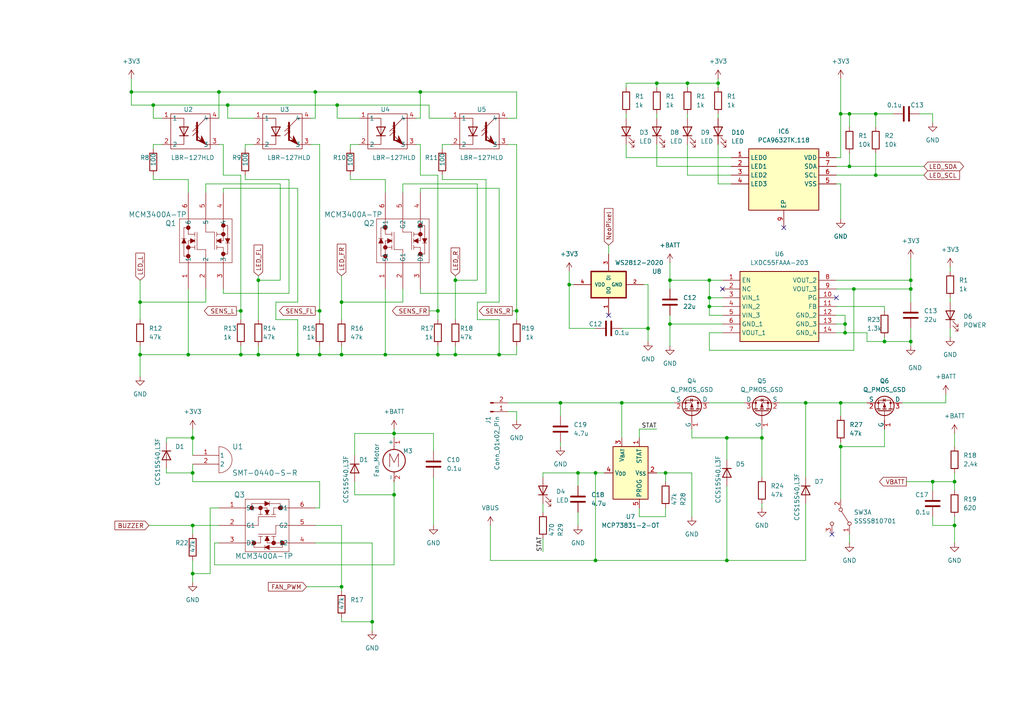
<source format=kicad_sch>
(kicad_sch (version 20230121) (generator eeschema)
  (paper "A4")
  (lib_symbols
    (symbol "Battery_Management:MCP73831-2-OT"
      (property "Reference" "U" (at -7.62 6.35 0))
      (property "Value" "MCP73831-2-OT" (at 1.27 6.35 0))
      (symbol "MCP73831-2-OT_1_1"
        (pin output line (at 10.16 -2.54 180) (length 2.54) (name "STAT") (number "1"))
        (pin power_in line (at 0 -7.62 90) (length 2.54) (name "V_{SS}") (number "2"))
        (pin power_out line (at 10.16 2.54 180) (length 2.54) (name "V_{BAT}") (number "3"))
        (pin power_in line (at 0 7.62 270) (length 2.54) (name "V_{DD}") (number "4"))
        (pin input line (at -10.16 -2.54 0) (length 2.54) (name "PROG") (number "5"))
      )
    )
    (symbol "Connector:Conn_01x02_Pin" (pin_names (offset 1.016) hide)
      (property "Reference" "J" (at 0 2.54 0))
      (property "Value" "Conn_01x02_Pin" (at 0 -5.08 0))
      (symbol "Conn_01x02_Pin_1_1"
        (pin passive line (at 5.08 0 180) (length 3.81) (name "Pin_1") (number "1"))
        (pin passive line (at 5.08 -2.54 180) (length 3.81) (name "Pin_2") (number "2"))
      )
    )
    (symbol "Device:C" (pin_numbers hide) (pin_names (offset 0.254))
      (property "Reference" "C" (at 0.635 2.54 0))
      (property "Value" "C" (at 0.635 -2.54 0))
      (symbol "C_1_1"
        (pin passive line (at 0 3.81 270) (length 2.794) (name "~") (number "1"))
        (pin passive line (at 0 -3.81 90) (length 2.794) (name "~") (number "2"))
      )
    )
    (symbol "Device:LED" (pin_numbers hide) (pin_names (offset 1.016) hide)
      (property "Reference" "D" (at 0 2.54 0))
      (property "Value" "LED" (at 0 -2.54 0))
      (symbol "LED_1_1"
        (pin passive line (at -3.81 0 0) (length 2.54) (name "K") (number "1"))
        (pin passive line (at 3.81 0 180) (length 2.54) (name "A") (number "2"))
      )
    )
    (symbol "Device:Q_PMOS_GSD" (pin_names (offset 0))
      (property "Reference" "Q4" (at 8.89 0 90))
      (property "Value" "Q_PMOS_GSD" (at 6.35 0 90))
      (symbol "Q_PMOS_GSD_1_1"
        (pin input line (at -5.08 0 0) (length 2.54) (name "G") (number "1"))
        (pin passive line (at 2.54 -5.08 90) (length 2.54) (name "S") (number "2"))
        (pin passive line (at 2.54 5.08 270) (length 2.54) (name "D") (number "3"))
      )
    )
    (symbol "Device:R" (pin_numbers hide) (pin_names (offset 0))
      (property "Reference" "R" (at 2.032 0 90))
      (property "Value" "R" (at 0 0 90))
      (symbol "R_1_1"
        (pin passive line (at 0 3.81 270) (length 1.27) (name "~") (number "1"))
        (pin passive line (at 0 -3.81 90) (length 1.27) (name "~") (number "2"))
      )
    )
    (symbol "Diode:1N4148W" (pin_numbers hide) (pin_names hide)
      (property "Reference" "D" (at 0 2.54 0))
      (property "Value" "1N4148W" (at 0 -2.54 0))
      (symbol "1N4148W_1_1"
        (pin passive line (at -3.81 0 0) (length 2.54) (name "K") (number "1"))
        (pin passive line (at 3.81 0 180) (length 2.54) (name "A") (number "2"))
      )
    )
    (symbol "LBR-127HLD_1"
      (property "Reference" "U2" (at 0 3.81 0))
      (property "Value" "LBR-127HLD" (at -0.635 -0.635 0))
      (symbol "LBR-127HLD_1_1_1"
        (pin input line (at -7.62 1.27 0) (length 2.54) (name "1") (number "1"))
        (pin input line (at -7.62 -6.35 0) (length 2.54) (name "2") (number "2"))
        (pin input line (at 8.89 -6.35 180) (length 2.54) (name "3") (number "3"))
        (pin input line (at 8.89 1.27 180) (length 2.54) (name "4") (number "4"))
      )
    )
    (symbol "LBR-127HLD_2"
      (property "Reference" "U3" (at 1.27 3.81 0))
      (property "Value" "LBR-127HLD" (at -0.635 -0.635 0))
      (symbol "LBR-127HLD_2_1_1"
        (pin input line (at -7.62 1.27 0) (length 2.54) (name "1") (number "1"))
        (pin input line (at -7.62 -6.35 0) (length 2.54) (name "2") (number "2"))
        (pin input line (at 8.89 -6.35 180) (length 2.54) (name "3") (number "3"))
        (pin input line (at 8.89 1.27 180) (length 2.54) (name "4") (number "4"))
      )
    )
    (symbol "LBR-127HLD_3"
      (property "Reference" "U4" (at 0 3.81 0))
      (property "Value" "~" (at -0.635 -0.635 0))
      (symbol "LBR-127HLD_3_1_1"
        (pin input line (at -7.62 1.27 0) (length 2.54) (name "1") (number "1"))
        (pin input line (at -7.62 -6.35 0) (length 2.54) (name "2") (number "2"))
        (pin input line (at 8.89 -6.35 180) (length 2.54) (name "3") (number "3"))
        (pin input line (at 8.89 1.27 180) (length 2.54) (name "4") (number "4"))
      )
    )
    (symbol "LXDC55FAAA-203_(2):LXDC55FAAA-203"
      (property "Reference" "U" (at 29.21 7.62 0))
      (property "Value" "LXDC55FAAA-203" (at 29.21 5.08 0))
      (symbol "LXDC55FAAA-203_1_1"
        (pin passive line (at 0 0 0) (length 5.08) (name "EN") (number "1"))
        (pin passive line (at 33.02 -5.08 180) (length 5.08) (name "PG") (number "10"))
        (pin passive line (at 33.02 -7.62 180) (length 5.08) (name "FB") (number "11"))
        (pin passive line (at 33.02 -10.16 180) (length 5.08) (name "GND_2") (number "12"))
        (pin passive line (at 33.02 -12.7 180) (length 5.08) (name "GND_3") (number "13"))
        (pin passive line (at 33.02 -15.24 180) (length 5.08) (name "GND_4") (number "14"))
        (pin no_connect line (at 0 -2.54 0) (length 5.08) (name "NC") (number "2"))
        (pin passive line (at 0 -5.08 0) (length 5.08) (name "VIN_1") (number "3"))
        (pin passive line (at 0 -7.62 0) (length 5.08) (name "VIN_2") (number "4"))
        (pin passive line (at 0 -10.16 0) (length 5.08) (name "VIN_3") (number "5"))
        (pin passive line (at 0 -12.7 0) (length 5.08) (name "GND_1") (number "6"))
        (pin passive line (at 0 -15.24 0) (length 5.08) (name "VOUT_1") (number "7"))
        (pin passive line (at 33.02 0 180) (length 5.08) (name "VOUT_2") (number "8"))
        (pin passive line (at 33.02 -2.54 180) (length 5.08) (name "VOUT_3") (number "9"))
      )
    )
    (symbol "MCM3400A-TP:MCM3400A-TP" (pin_names (offset 0.254))
      (property "Reference" "Q2" (at 19.05 6.35 90))
      (property "Value" "MCM3400A-TP" (at 21.59 17.78 90))
      (symbol "MCM3400A-TP_1_1"
        (pin unspecified line (at 0 0 0) (length 7.62) (name "S1") (number "1"))
        (pin unspecified line (at 0 -5.08 0) (length 7.62) (name "G1") (number "2"))
        (pin unspecified line (at 0 -10.16 0) (length 7.62) (name "D2") (number "3"))
        (pin unspecified line (at 27.94 -10.16 180) (length 7.62) (name "S2") (number "4"))
        (pin unspecified line (at 27.94 -5.08 180) (length 7.62) (name "G2") (number "5"))
        (pin unspecified line (at 27.94 0 180) (length 7.62) (name "D1") (number "6"))
      )
    )
    (symbol "MCM3400A-TP_1" (pin_names (offset 0.254))
      (property "Reference" "Q" (at 15.24 8.255 0))
      (property "Value" "MCM3400A-TP" (at 20.32 5.08 0))
      (symbol "MCM3400A-TP_1_0_1"
        (pin unspecified line (at 0 0 0) (length 7.62) (name "1") (number "1"))
        (pin unspecified line (at 0 -5.08 0) (length 7.62) (name "2") (number "2"))
        (pin unspecified line (at 0 -10.16 0) (length 7.62) (name "3") (number "3"))
        (pin unspecified line (at 27.94 -10.16 180) (length 7.62) (name "4") (number "4"))
        (pin unspecified line (at 27.94 -5.08 180) (length 7.62) (name "5") (number "5"))
        (pin unspecified line (at 27.94 0 180) (length 7.62) (name "6") (number "6"))
      )
    )
    (symbol "Motor:Motor_DC" (pin_names (offset 0))
      (property "Reference" "M" (at 2.54 2.54 0))
      (property "Value" "Motor_DC" (at 2.54 -5.08 0))
      (symbol "Motor_DC_1_1"
        (pin passive line (at 0 5.08 270) (length 2.54) (name "+") (number "1"))
        (pin passive line (at 0 -7.62 90) (length 2.54) (name "-") (number "2"))
      )
    )
    (symbol "New_Library:LBR-127HLD"
      (property "Reference" "U5" (at 1.27 3.81 0))
      (property "Value" "LBR-127HLD" (at -0.635 -0.635 0))
      (symbol "LBR-127HLD_1_1"
        (pin input line (at -7.62 1.27 0) (length 2.54) (name "1") (number "1"))
        (pin input line (at -7.62 -6.35 0) (length 2.54) (name "2") (number "2"))
        (pin input line (at 8.89 -6.35 180) (length 2.54) (name "3") (number "3"))
        (pin input line (at 8.89 1.27 180) (length 2.54) (name "4") (number "4"))
      )
    )
    (symbol "PCA9632TK_118:PCA9632TK,118"
      (property "Reference" "IC" (at 26.67 7.62 0))
      (property "Value" "PCA9632TK,118" (at 26.67 5.08 0))
      (symbol "PCA9632TK,118_1_1"
        (pin passive line (at 0 0 0) (length 5.08) (name "LED0") (number "1"))
        (pin passive line (at 0 -2.54 0) (length 5.08) (name "LED1") (number "2"))
        (pin passive line (at 0 -5.08 0) (length 5.08) (name "LED2") (number "3"))
        (pin passive line (at 0 -7.62 0) (length 5.08) (name "LED3") (number "4"))
        (pin passive line (at 30.48 -7.62 180) (length 5.08) (name "VSS") (number "5"))
        (pin passive line (at 30.48 -5.08 180) (length 5.08) (name "SCL") (number "6"))
        (pin passive line (at 30.48 -2.54 180) (length 5.08) (name "SDA") (number "7"))
        (pin passive line (at 30.48 0 180) (length 5.08) (name "VDD") (number "8"))
        (pin passive line (at 15.24 -20.32 90) (length 5.08) (name "EP") (number "9"))
      )
    )
    (symbol "SMT-0440-S-R:SMT-0440-S-R" (pin_names (offset 0.254))
      (property "Reference" "U" (at 7.62 7.62 0))
      (property "Value" "SMT-0440-S-R" (at 20.32 7.62 0))
      (symbol "SMT-0440-S-R_0_1"
        (pin unspecified line (at 0 0 0) (length 7.62) (name "1") (number "1"))
        (pin unspecified line (at 0 -2.54 0) (length 7.62) (name "2") (number "2"))
      )
    )
    (symbol "Switch:SW_DPDT_x2" (pin_names (offset 0) hide)
      (property "Reference" "SW" (at 0 4.318 0))
      (property "Value" "SW_DPDT_x2" (at 0 -5.08 0))
      (symbol "SW_DPDT_x2_1_1"
        (pin passive line (at 5.08 2.54 180) (length 2.54) (name "A") (number "1"))
        (pin passive line (at -5.08 0 0) (length 2.54) (name "B") (number "2"))
        (pin passive line (at 5.08 -2.54 180) (length 2.54) (name "C") (number "3"))
      )
      (symbol "SW_DPDT_x2_2_1"
        (pin passive line (at 5.08 2.54 180) (length 2.54) (name "A") (number "4"))
        (pin passive line (at -5.08 0 0) (length 2.54) (name "B") (number "5"))
        (pin passive line (at 5.08 -2.54 180) (length 2.54) (name "C") (number "6"))
      )
    )
    (symbol "WS2812-2020:WS2812-2020" (pin_names (offset 1.016))
      (property "Reference" "U" (at -5.08 6.35 0))
      (property "Value" "WS2812-2020" (at 1.27 -5.08 0))
      (symbol "WS2812-2020_0_0"
        (pin output line (at 0 -7.62 90) (length 5.08) (name "DO") (number "1"))
        (pin power_in line (at 10.16 1.27 180) (length 5.08) (name "GND") (number "2"))
        (pin input line (at 0 10.16 270) (length 5.08) (name "DI") (number "3"))
        (pin power_in line (at -10.16 1.27 0) (length 5.08) (name "VDD") (number "4"))
      )
    )
    (symbol "power:+3V3" (power) (pin_names (offset 0))
      (property "Value" "+3V3" (at 0 3.556 0))
      (symbol "+3V3_1_1"
        (pin power_in line (at 0 0 90) (length 0) hide (name "+3V3") (number "1"))
      )
    )
    (symbol "power:+BATT" (power) (pin_names (offset 0))
      (property "Value" "+BATT" (at 0 3.556 0))
      (symbol "+BATT_1_1"
        (pin power_in line (at 0 0 90) (length 0) hide (name "+BATT") (number "1"))
      )
    )
    (symbol "power:GND" (power) (pin_names (offset 0))
      (property "Value" "GND" (at 0 -3.81 0))
      (symbol "GND_1_1"
        (pin power_in line (at 0 0 270) (length 0) hide (name "GND") (number "1"))
      )
    )
    (symbol "power:VBUS" (power) (pin_names (offset 0))
      (property "Value" "VBUS" (at 0 3.81 0))
      (symbol "VBUS_1_1"
        (pin power_in line (at 0 0 90) (length 0) hide (name "VBUS") (number "1"))
      )
    )
  )
  (junction (at 55.88 152.4))
  (junction (at 243.84 129.54))
  (junction (at 86.36 102.87))
  (junction (at 180.34 116.84))
  (junction (at 127 102.87))
  (junction (at 276.86 139.7))
  (junction (at 144.78 102.87))
  (junction (at 256.54 99.06))
  (junction (at 55.88 166.37))
  (junction (at 92.71 90.17))
  (junction (at 91.44 26.67))
  (junction (at 190.5 24.13))
  (junction (at 243.84 33.02))
  (junction (at 132.08 81.28))
  (junction (at 55.88 137.16))
  (junction (at 97.79 30.48))
  (junction (at 55.88 127))
  (junction (at 270.51 139.7))
  (junction (at 66.04 30.48))
  (junction (at 107.95 180.34))
  (junction (at 220.98 127))
  (junction (at 187.96 95.25))
  (junction (at 69.85 102.87))
  (junction (at 208.28 24.13))
  (junction (at 40.64 87.63))
  (junction (at 74.93 102.87))
  (junction (at 38.1 26.67))
  (junction (at 245.11 96.52))
  (junction (at 233.68 116.84))
  (junction (at 54.61 102.87))
  (junction (at 194.31 93.98))
  (junction (at 193.04 137.16))
  (junction (at 99.06 87.63))
  (junction (at 205.74 88.9))
  (junction (at 245.11 93.98))
  (junction (at 111.76 102.87))
  (junction (at 132.08 102.87))
  (junction (at 40.64 102.87))
  (junction (at 99.06 170.18))
  (junction (at 149.86 90.17))
  (junction (at 210.82 127))
  (junction (at 63.5 26.67))
  (junction (at 246.38 33.02))
  (junction (at 247.65 83.82))
  (junction (at 167.64 137.16))
  (junction (at 165.1 82.55))
  (junction (at 246.38 48.26))
  (junction (at 172.72 162.56))
  (junction (at 99.06 102.87))
  (junction (at 276.86 152.4))
  (junction (at 172.72 137.16))
  (junction (at 74.93 81.28))
  (junction (at 121.92 26.67))
  (junction (at 254 50.8))
  (junction (at 205.74 81.28))
  (junction (at 254 33.02))
  (junction (at 92.71 102.87))
  (junction (at 127 90.17))
  (junction (at 69.85 90.17))
  (junction (at 114.3 143.51))
  (junction (at 264.16 83.82))
  (junction (at 114.3 125.73))
  (junction (at 264.16 99.06))
  (junction (at 210.82 162.56))
  (junction (at 44.45 30.48))
  (junction (at 194.31 81.28))
  (junction (at 264.16 81.28))
  (junction (at 243.84 116.84))
  (junction (at 205.74 86.36))
  (junction (at 199.39 24.13))
  (junction (at 162.56 116.84))
  (no_connect (at 241.3 154.94))
  (no_connect (at 242.57 86.36))
  (no_connect (at 176.53 91.44))
  (no_connect (at 209.55 83.82))
  (no_connect (at 227.33 66.04))
  (wire (pts (xy 44.45 52.07) (xy 44.45 50.8)))
  (wire (pts (xy 55.88 134.62) (xy 55.88 137.16)))
  (wire (pts (xy 107.95 180.34) (xy 107.95 182.88)))
  (wire (pts (xy 73.66 41.91) (xy 71.12 41.91)))
  (wire (pts (xy 181.61 45.72) (xy 212.09 45.72)))
  (wire (pts (xy 200.66 124.46) (xy 200.66 127)))
  (wire (pts (xy 38.1 26.67) (xy 38.1 30.48)))
  (wire (pts (xy 55.88 162.56) (xy 55.88 166.37)))
  (wire (pts (xy 205.74 101.6) (xy 247.65 101.6)))
  (wire (pts (xy 121.92 85.09) (xy 121.92 83.82)))
  (wire (pts (xy 40.64 102.87) (xy 54.61 102.87)))
  (wire (pts (xy 185.42 147.32) (xy 185.42 149.86)))
  (wire (pts (xy 194.31 81.28) (xy 194.31 83.82)))
  (wire (pts (xy 99.06 100.33) (xy 99.06 102.87)))
  (wire (pts (xy 99.06 179.07) (xy 99.06 180.34)))
  (wire (pts (xy 193.04 137.16) (xy 190.5 137.16)))
  (wire (pts (xy 69.85 102.87) (xy 74.93 102.87)))
  (wire (pts (xy 55.88 166.37) (xy 55.88 168.91)))
  (wire (pts (xy 242.57 50.8) (xy 254 50.8)))
  (wire (pts (xy 246.38 33.02) (xy 246.38 36.83)))
  (wire (pts (xy 205.74 86.36) (xy 209.55 86.36)))
  (wire (pts (xy 99.06 170.18) (xy 99.06 171.45)))
  (wire (pts (xy 245.11 93.98) (xy 245.11 96.52)))
  (wire (pts (xy 55.88 166.37) (xy 60.96 166.37)))
  (wire (pts (xy 111.76 83.82) (xy 111.76 102.87)))
  (wire (pts (xy 243.84 129.54) (xy 243.84 144.78)))
  (wire (pts (xy 128.27 41.91) (xy 128.27 43.18)))
  (wire (pts (xy 276.86 149.86) (xy 276.86 152.4)))
  (wire (pts (xy 104.14 41.91) (xy 101.6 41.91)))
  (wire (pts (xy 132.08 100.33) (xy 132.08 102.87)))
  (wire (pts (xy 251.46 96.52) (xy 251.46 99.06)))
  (wire (pts (xy 200.66 127) (xy 210.82 127)))
  (wire (pts (xy 172.72 137.16) (xy 175.26 137.16)))
  (wire (pts (xy 114.3 143.51) (xy 114.3 163.83)))
  (wire (pts (xy 208.28 24.13) (xy 208.28 25.4)))
  (wire (pts (xy 74.93 102.87) (xy 86.36 102.87)))
  (wire (pts (xy 62.23 157.48) (xy 62.23 163.83)))
  (wire (pts (xy 270.51 33.02) (xy 266.7 33.02)))
  (wire (pts (xy 270.51 152.4) (xy 276.86 152.4)))
  (wire (pts (xy 187.96 95.25) (xy 187.96 99.06)))
  (wire (pts (xy 185.42 149.86) (xy 193.04 149.86)))
  (wire (pts (xy 270.51 139.7) (xy 276.86 139.7)))
  (wire (pts (xy 208.28 22.86) (xy 208.28 24.13)))
  (wire (pts (xy 48.26 135.89) (xy 48.26 137.16)))
  (wire (pts (xy 157.48 146.05) (xy 157.48 148.59)))
  (wire (pts (xy 256.54 124.46) (xy 256.54 129.54)))
  (wire (pts (xy 101.6 41.91) (xy 101.6 43.18)))
  (wire (pts (xy 86.36 54.61) (xy 86.36 87.63)))
  (wire (pts (xy 205.74 86.36) (xy 205.74 88.9)))
  (wire (pts (xy 55.88 137.16) (xy 55.88 139.7)))
  (wire (pts (xy 264.16 95.25) (xy 264.16 99.06)))
  (wire (pts (xy 167.64 137.16) (xy 172.72 137.16)))
  (wire (pts (xy 193.04 149.86) (xy 193.04 147.32)))
  (wire (pts (xy 180.34 116.84) (xy 180.34 127)))
  (wire (pts (xy 125.73 138.43) (xy 125.73 152.4)))
  (wire (pts (xy 69.85 50.8) (xy 69.85 90.17)))
  (wire (pts (xy 247.65 83.82) (xy 264.16 83.82)))
  (wire (pts (xy 138.43 81.28) (xy 138.43 53.34)))
  (wire (pts (xy 138.43 87.63) (xy 138.43 92.71)))
  (wire (pts (xy 64.77 54.61) (xy 64.77 55.88)))
  (wire (pts (xy 149.86 41.91) (xy 147.32 41.91)))
  (wire (pts (xy 276.86 125.73) (xy 276.86 129.54)))
  (wire (pts (xy 270.51 139.7) (xy 270.51 142.24)))
  (wire (pts (xy 111.76 52.07) (xy 111.76 55.88)))
  (wire (pts (xy 116.84 53.34) (xy 138.43 53.34)))
  (wire (pts (xy 121.92 54.61) (xy 144.78 54.61)))
  (wire (pts (xy 54.61 52.07) (xy 54.61 55.88)))
  (wire (pts (xy 40.64 109.22) (xy 40.64 102.87)))
  (wire (pts (xy 91.44 90.17) (xy 92.71 90.17)))
  (wire (pts (xy 55.88 127) (xy 55.88 132.08)))
  (wire (pts (xy 69.85 90.17) (xy 69.85 92.71)))
  (wire (pts (xy 73.66 34.29) (xy 66.04 34.29)))
  (wire (pts (xy 111.76 102.87) (xy 127 102.87)))
  (wire (pts (xy 80.01 87.63) (xy 80.01 92.71)))
  (wire (pts (xy 55.88 139.7) (xy 92.71 139.7)))
  (wire (pts (xy 64.77 41.91) (xy 63.5 41.91)))
  (wire (pts (xy 40.64 81.28) (xy 40.64 87.63)))
  (wire (pts (xy 242.57 96.52) (xy 245.11 96.52)))
  (wire (pts (xy 120.65 34.29) (xy 121.92 34.29)))
  (wire (pts (xy 48.26 127) (xy 48.26 128.27)))
  (wire (pts (xy 245.11 91.44) (xy 245.11 93.98)))
  (wire (pts (xy 172.72 162.56) (xy 210.82 162.56)))
  (wire (pts (xy 128.27 52.07) (xy 140.97 52.07)))
  (wire (pts (xy 138.43 92.71) (xy 144.78 92.71)))
  (wire (pts (xy 114.3 125.73) (xy 114.3 127)))
  (wire (pts (xy 199.39 24.13) (xy 208.28 24.13)))
  (wire (pts (xy 165.1 95.25) (xy 165.1 82.55)))
  (wire (pts (xy 246.38 48.26) (xy 267.97 48.26)))
  (wire (pts (xy 64.77 85.09) (xy 64.77 83.82)))
  (wire (pts (xy 172.72 95.25) (xy 165.1 95.25)))
  (wire (pts (xy 121.92 26.67) (xy 149.86 26.67)))
  (wire (pts (xy 55.88 127) (xy 48.26 127)))
  (wire (pts (xy 132.08 102.87) (xy 144.78 102.87)))
  (wire (pts (xy 200.66 137.16) (xy 200.66 149.86)))
  (wire (pts (xy 210.82 162.56) (xy 233.68 162.56)))
  (wire (pts (xy 38.1 30.48) (xy 44.45 30.48)))
  (wire (pts (xy 55.88 152.4) (xy 63.5 152.4)))
  (wire (pts (xy 92.71 147.32) (xy 91.44 147.32)))
  (wire (pts (xy 157.48 137.16) (xy 157.48 138.43)))
  (wire (pts (xy 46.99 34.29) (xy 44.45 34.29)))
  (wire (pts (xy 242.57 81.28) (xy 264.16 81.28)))
  (wire (pts (xy 60.96 166.37) (xy 60.96 147.32)))
  (wire (pts (xy 220.98 124.46) (xy 220.98 127)))
  (wire (pts (xy 69.85 100.33) (xy 69.85 102.87)))
  (wire (pts (xy 251.46 99.06) (xy 256.54 99.06)))
  (wire (pts (xy 233.68 116.84) (xy 243.84 116.84)))
  (wire (pts (xy 59.69 53.34) (xy 81.28 53.34)))
  (wire (pts (xy 264.16 83.82) (xy 264.16 87.63)))
  (wire (pts (xy 148.59 90.17) (xy 149.86 90.17)))
  (wire (pts (xy 132.08 80.01) (xy 132.08 81.28)))
  (wire (pts (xy 242.57 91.44) (xy 245.11 91.44)))
  (wire (pts (xy 190.5 33.02) (xy 190.5 34.29)))
  (wire (pts (xy 121.92 85.09) (xy 140.97 85.09)))
  (wire (pts (xy 54.61 102.87) (xy 69.85 102.87)))
  (wire (pts (xy 92.71 102.87) (xy 99.06 102.87)))
  (wire (pts (xy 144.78 54.61) (xy 144.78 87.63)))
  (wire (pts (xy 226.06 116.84) (xy 233.68 116.84)))
  (wire (pts (xy 254 33.02) (xy 254 36.83)))
  (wire (pts (xy 86.36 92.71) (xy 86.36 102.87)))
  (wire (pts (xy 261.62 116.84) (xy 274.32 116.84)))
  (wire (pts (xy 242.57 83.82) (xy 247.65 83.82)))
  (wire (pts (xy 247.65 101.6) (xy 247.65 83.82)))
  (wire (pts (xy 243.84 116.84) (xy 251.46 116.84)))
  (wire (pts (xy 270.51 35.56) (xy 270.51 33.02)))
  (wire (pts (xy 142.24 152.4) (xy 142.24 162.56)))
  (wire (pts (xy 245.11 96.52) (xy 251.46 96.52)))
  (wire (pts (xy 199.39 24.13) (xy 199.39 25.4)))
  (wire (pts (xy 254 50.8) (xy 267.97 50.8)))
  (wire (pts (xy 275.59 77.47) (xy 275.59 78.74)))
  (wire (pts (xy 107.95 157.48) (xy 91.44 157.48)))
  (wire (pts (xy 180.34 95.25) (xy 187.96 95.25)))
  (wire (pts (xy 233.68 146.05) (xy 233.68 162.56)))
  (wire (pts (xy 102.87 139.7) (xy 102.87 143.51)))
  (wire (pts (xy 99.06 152.4) (xy 99.06 170.18)))
  (wire (pts (xy 121.92 41.91) (xy 120.65 41.91)))
  (wire (pts (xy 205.74 81.28) (xy 205.74 86.36)))
  (wire (pts (xy 44.45 41.91) (xy 46.99 41.91)))
  (wire (pts (xy 199.39 33.02) (xy 199.39 34.29)))
  (wire (pts (xy 92.71 139.7) (xy 92.71 147.32)))
  (wire (pts (xy 185.42 124.46) (xy 185.42 127)))
  (wire (pts (xy 205.74 88.9) (xy 205.74 91.44)))
  (wire (pts (xy 199.39 41.91) (xy 199.39 50.8)))
  (wire (pts (xy 74.93 81.28) (xy 74.93 92.71)))
  (wire (pts (xy 144.78 102.87) (xy 149.86 102.87)))
  (wire (pts (xy 114.3 139.7) (xy 114.3 143.51)))
  (wire (pts (xy 40.64 87.63) (xy 59.69 87.63)))
  (wire (pts (xy 71.12 41.91) (xy 71.12 43.18)))
  (wire (pts (xy 243.84 22.86) (xy 243.84 33.02)))
  (wire (pts (xy 205.74 81.28) (xy 209.55 81.28)))
  (wire (pts (xy 38.1 22.86) (xy 38.1 26.67)))
  (wire (pts (xy 43.18 152.4) (xy 55.88 152.4)))
  (wire (pts (xy 242.57 93.98) (xy 245.11 93.98)))
  (wire (pts (xy 130.81 41.91) (xy 128.27 41.91)))
  (wire (pts (xy 149.86 41.91) (xy 149.86 90.17)))
  (wire (pts (xy 116.84 83.82) (xy 116.84 87.63)))
  (wire (pts (xy 81.28 53.34) (xy 81.28 81.28)))
  (wire (pts (xy 92.71 41.91) (xy 92.71 90.17)))
  (wire (pts (xy 147.32 119.38) (xy 149.86 119.38)))
  (wire (pts (xy 243.84 33.02) (xy 246.38 33.02)))
  (wire (pts (xy 127 100.33) (xy 127 102.87)))
  (wire (pts (xy 276.86 137.16) (xy 276.86 139.7)))
  (wire (pts (xy 102.87 125.73) (xy 114.3 125.73)))
  (wire (pts (xy 190.5 24.13) (xy 199.39 24.13)))
  (wire (pts (xy 54.61 83.82) (xy 54.61 102.87)))
  (wire (pts (xy 64.77 50.8) (xy 69.85 50.8)))
  (wire (pts (xy 92.71 100.33) (xy 92.71 102.87)))
  (wire (pts (xy 275.59 95.25) (xy 275.59 97.79)))
  (wire (pts (xy 157.48 156.21) (xy 157.48 160.02)))
  (wire (pts (xy 147.32 116.84) (xy 162.56 116.84)))
  (wire (pts (xy 62.23 163.83) (xy 114.3 163.83)))
  (wire (pts (xy 92.71 41.91) (xy 90.17 41.91)))
  (wire (pts (xy 162.56 116.84) (xy 162.56 120.65)))
  (wire (pts (xy 157.48 137.16) (xy 167.64 137.16)))
  (wire (pts (xy 97.79 34.29) (xy 97.79 30.48)))
  (wire (pts (xy 243.84 33.02) (xy 243.84 45.72)))
  (wire (pts (xy 209.55 91.44) (xy 205.74 91.44)))
  (wire (pts (xy 193.04 139.7) (xy 193.04 137.16)))
  (wire (pts (xy 190.5 124.46) (xy 185.42 124.46)))
  (wire (pts (xy 256.54 99.06) (xy 264.16 99.06)))
  (wire (pts (xy 66.04 34.29) (xy 66.04 30.48)))
  (wire (pts (xy 44.45 30.48) (xy 44.45 34.29)))
  (wire (pts (xy 64.77 54.61) (xy 86.36 54.61)))
  (wire (pts (xy 40.64 87.63) (xy 40.64 92.71)))
  (wire (pts (xy 81.28 81.28) (xy 74.93 81.28)))
  (wire (pts (xy 59.69 83.82) (xy 59.69 87.63)))
  (wire (pts (xy 101.6 52.07) (xy 111.76 52.07)))
  (wire (pts (xy 210.82 140.97) (xy 210.82 162.56)))
  (wire (pts (xy 86.36 102.87) (xy 92.71 102.87)))
  (wire (pts (xy 144.78 87.63) (xy 138.43 87.63)))
  (wire (pts (xy 71.12 52.07) (xy 83.82 52.07)))
  (wire (pts (xy 199.39 50.8) (xy 212.09 50.8)))
  (wire (pts (xy 194.31 81.28) (xy 205.74 81.28)))
  (wire (pts (xy 243.84 45.72) (xy 242.57 45.72)))
  (wire (pts (xy 124.46 90.17) (xy 127 90.17)))
  (wire (pts (xy 121.92 55.88) (xy 121.92 54.61)))
  (wire (pts (xy 181.61 24.13) (xy 190.5 24.13)))
  (wire (pts (xy 205.74 116.84) (xy 215.9 116.84)))
  (wire (pts (xy 64.77 85.09) (xy 83.82 85.09)))
  (wire (pts (xy 66.04 30.48) (xy 97.79 30.48)))
  (wire (pts (xy 124.46 34.29) (xy 130.81 34.29)))
  (wire (pts (xy 92.71 90.17) (xy 92.71 92.71)))
  (wire (pts (xy 149.86 26.67) (xy 149.86 34.29)))
  (wire (pts (xy 91.44 152.4) (xy 99.06 152.4)))
  (wire (pts (xy 246.38 44.45) (xy 246.38 48.26)))
  (wire (pts (xy 246.38 33.02) (xy 254 33.02)))
  (wire (pts (xy 264.16 81.28) (xy 264.16 83.82)))
  (wire (pts (xy 55.88 124.46) (xy 55.88 127)))
  (wire (pts (xy 144.78 92.71) (xy 144.78 102.87)))
  (wire (pts (xy 187.96 82.55) (xy 186.69 82.55)))
  (wire (pts (xy 149.86 102.87) (xy 149.86 100.33)))
  (wire (pts (xy 262.89 139.7) (xy 270.51 139.7)))
  (wire (pts (xy 71.12 52.07) (xy 71.12 50.8)))
  (wire (pts (xy 167.64 148.59) (xy 167.64 152.4)))
  (wire (pts (xy 68.58 90.17) (xy 69.85 90.17)))
  (wire (pts (xy 208.28 41.91) (xy 208.28 53.34)))
  (wire (pts (xy 220.98 146.05) (xy 220.98 147.32)))
  (wire (pts (xy 254 33.02) (xy 259.08 33.02)))
  (wire (pts (xy 243.84 53.34) (xy 243.84 63.5)))
  (wire (pts (xy 140.97 52.07) (xy 140.97 85.09)))
  (wire (pts (xy 121.92 34.29) (xy 121.92 26.67)))
  (wire (pts (xy 264.16 74.93) (xy 264.16 81.28)))
  (wire (pts (xy 127 50.8) (xy 127 90.17)))
  (wire (pts (xy 127 90.17) (xy 127 92.71)))
  (wire (pts (xy 200.66 137.16) (xy 193.04 137.16)))
  (wire (pts (xy 162.56 128.27) (xy 162.56 129.54)))
  (wire (pts (xy 116.84 55.88) (xy 116.84 53.34)))
  (wire (pts (xy 114.3 124.46) (xy 114.3 125.73)))
  (wire (pts (xy 149.86 34.29) (xy 147.32 34.29)))
  (wire (pts (xy 121.92 50.8) (xy 127 50.8)))
  (wire (pts (xy 91.44 26.67) (xy 121.92 26.67)))
  (wire (pts (xy 275.59 86.36) (xy 275.59 87.63)))
  (wire (pts (xy 44.45 52.07) (xy 54.61 52.07)))
  (wire (pts (xy 63.5 26.67) (xy 63.5 34.29)))
  (wire (pts (xy 83.82 52.07) (xy 83.82 85.09)))
  (wire (pts (xy 243.84 128.27) (xy 243.84 129.54)))
  (wire (pts (xy 38.1 26.67) (xy 63.5 26.67)))
  (wire (pts (xy 264.16 99.06) (xy 264.16 100.33)))
  (wire (pts (xy 181.61 24.13) (xy 181.61 25.4)))
  (wire (pts (xy 162.56 116.84) (xy 180.34 116.84)))
  (wire (pts (xy 99.06 80.01) (xy 99.06 87.63)))
  (wire (pts (xy 86.36 87.63) (xy 80.01 87.63)))
  (wire (pts (xy 48.26 137.16) (xy 55.88 137.16)))
  (wire (pts (xy 132.08 92.71) (xy 132.08 81.28)))
  (wire (pts (xy 209.55 96.52) (xy 205.74 96.52)))
  (wire (pts (xy 180.34 116.84) (xy 195.58 116.84)))
  (wire (pts (xy 149.86 90.17) (xy 149.86 92.71)))
  (wire (pts (xy 220.98 127) (xy 220.98 138.43)))
  (wire (pts (xy 80.01 92.71) (xy 86.36 92.71)))
  (wire (pts (xy 270.51 149.86) (xy 270.51 152.4)))
  (wire (pts (xy 127 102.87) (xy 132.08 102.87)))
  (wire (pts (xy 124.46 30.48) (xy 124.46 34.29)))
  (wire (pts (xy 256.54 88.9) (xy 256.54 90.17)))
  (wire (pts (xy 190.5 48.26) (xy 212.09 48.26)))
  (wire (pts (xy 125.73 130.81) (xy 125.73 125.73)))
  (wire (pts (xy 62.23 157.48) (xy 63.5 157.48)))
  (wire (pts (xy 181.61 41.91) (xy 181.61 45.72)))
  (wire (pts (xy 102.87 143.51) (xy 114.3 143.51)))
  (wire (pts (xy 181.61 33.02) (xy 181.61 34.29)))
  (wire (pts (xy 104.14 34.29) (xy 97.79 34.29)))
  (wire (pts (xy 97.79 30.48) (xy 124.46 30.48)))
  (wire (pts (xy 194.31 91.44) (xy 194.31 93.98)))
  (wire (pts (xy 74.93 80.01) (xy 74.93 81.28)))
  (wire (pts (xy 149.86 119.38) (xy 149.86 121.92)))
  (wire (pts (xy 60.96 147.32) (xy 63.5 147.32)))
  (wire (pts (xy 190.5 24.13) (xy 190.5 25.4)))
  (wire (pts (xy 172.72 137.16) (xy 172.72 162.56)))
  (wire (pts (xy 74.93 100.33) (xy 74.93 102.87)))
  (wire (pts (xy 242.57 53.34) (xy 243.84 53.34)))
  (wire (pts (xy 99.06 87.63) (xy 116.84 87.63)))
  (wire (pts (xy 91.44 34.29) (xy 91.44 26.67)))
  (wire (pts (xy 194.31 93.98) (xy 194.31 100.33)))
  (wire (pts (xy 208.28 33.02) (xy 208.28 34.29)))
  (wire (pts (xy 276.86 152.4) (xy 276.86 157.48)))
  (wire (pts (xy 63.5 26.67) (xy 91.44 26.67)))
  (wire (pts (xy 55.88 152.4) (xy 55.88 154.94)))
  (wire (pts (xy 64.77 41.91) (xy 64.77 50.8)))
  (wire (pts (xy 210.82 127) (xy 210.82 133.35)))
  (wire (pts (xy 44.45 30.48) (xy 66.04 30.48)))
  (wire (pts (xy 243.84 116.84) (xy 243.84 120.65)))
  (wire (pts (xy 194.31 93.98) (xy 209.55 93.98)))
  (wire (pts (xy 233.68 116.84) (xy 233.68 138.43)))
  (wire (pts (xy 190.5 41.91) (xy 190.5 48.26)))
  (wire (pts (xy 59.69 53.34) (xy 59.69 55.88)))
  (wire (pts (xy 242.57 88.9) (xy 256.54 88.9)))
  (wire (pts (xy 167.64 137.16) (xy 167.64 140.97)))
  (wire (pts (xy 121.92 41.91) (xy 121.92 50.8)))
  (wire (pts (xy 99.06 180.34) (xy 107.95 180.34)))
  (wire (pts (xy 132.08 81.28) (xy 138.43 81.28)))
  (wire (pts (xy 125.73 125.73) (xy 114.3 125.73)))
  (wire (pts (xy 165.1 82.55) (xy 166.37 82.55)))
  (wire (pts (xy 210.82 127) (xy 220.98 127)))
  (wire (pts (xy 102.87 132.08) (xy 102.87 125.73)))
  (wire (pts (xy 99.06 102.87) (xy 111.76 102.87)))
  (wire (pts (xy 276.86 142.24) (xy 276.86 139.7)))
  (wire (pts (xy 205.74 88.9) (xy 209.55 88.9)))
  (wire (pts (xy 205.74 96.52) (xy 205.74 101.6)))
  (wire (pts (xy 44.45 41.91) (xy 44.45 43.18)))
  (wire (pts (xy 90.17 34.29) (xy 91.44 34.29)))
  (wire (pts (xy 256.54 129.54) (xy 243.84 129.54)))
  (wire (pts (xy 256.54 97.79) (xy 256.54 99.06)))
  (wire (pts (xy 246.38 154.94) (xy 246.38 157.48)))
  (wire (pts (xy 242.57 48.26) (xy 246.38 48.26)))
  (wire (pts (xy 101.6 52.07) (xy 101.6 50.8)))
  (wire (pts (xy 187.96 82.55) (xy 187.96 95.25)))
  (wire (pts (xy 128.27 52.07) (xy 128.27 50.8)))
  (wire (pts (xy 254 44.45) (xy 254 50.8)))
  (wire (pts (xy 99.06 87.63) (xy 99.06 92.71)))
  (wire (pts (xy 194.31 76.2) (xy 194.31 81.28)))
  (wire (pts (xy 142.24 162.56) (xy 172.72 162.56)))
  (wire (pts (xy 165.1 82.55) (xy 165.1 78.74)))
  (wire (pts (xy 208.28 53.34) (xy 212.09 53.34)))
  (wire (pts (xy 274.32 114.3) (xy 274.32 116.84)))
  (wire (pts (xy 40.64 100.33) (xy 40.64 102.87)))
  (wire (pts (xy 176.53 73.66) (xy 176.53 71.12)))
  (wire (pts (xy 107.95 157.48) (xy 107.95 180.34)))
  (wire (pts (xy 88.9 170.18) (xy 99.06 170.18)))
  (label "STAT" (at 190.5 124.46 180))
  (label "STAT" (at 157.48 160.02 90))
  (global_label "NeoPixel" (shape input) (at 176.53 71.12 90) (property "Intersheetrefs" "${INTERSHEET_REFS}" (effects hide)))
  (global_label "VBATT" (shape output) (at 262.89 139.7 180) (property "Intersheetrefs" "${INTERSHEET_REFS}" (effects hide)))
  (global_label "LED_R" (shape input) (at 132.08 80.01 90) (property "Intersheetrefs" "${INTERSHEET_REFS}" (effects hide)))
  (global_label "FAN_PWM" (shape input) (at 88.9 170.18 180) (property "Intersheetrefs" "${INTERSHEET_REFS}" (effects hide)))
  (global_label "SENS_FR" (shape output) (at 124.46 90.17 180) (property "Intersheetrefs" "${INTERSHEET_REFS}" (effects hide)))
  (global_label "LED_SDA" (shape bidirectional) (at 267.97 48.26 0) (property "Intersheetrefs" "${INTERSHEET_REFS}" (effects hide)))
  (global_label "SENS_R" (shape output) (at 148.59 90.17 180) (property "Intersheetrefs" "${INTERSHEET_REFS}" (effects hide)))
  (global_label "SENS_L" (shape output) (at 68.58 90.17 180) (property "Intersheetrefs" "${INTERSHEET_REFS}" (effects hide)))
  (global_label "LED_SCL" (shape input) (at 267.97 50.8 0) (property "Intersheetrefs" "${INTERSHEET_REFS}" (effects hide)))
  (global_label "LED_FR" (shape input) (at 99.06 80.01 90) (property "Intersheetrefs" "${INTERSHEET_REFS}" (effects hide)))
  (global_label "LED_L" (shape input) (at 40.64 81.28 90) (property "Intersheetrefs" "${INTERSHEET_REFS}" (effects hide)))
  (global_label "BUZZER" (shape input) (at 43.18 152.4 180) (property "Intersheetrefs" "${INTERSHEET_REFS}" (effects hide)))
  (global_label "SENS_FL" (shape output) (at 91.44 90.17 180) (property "Intersheetrefs" "${INTERSHEET_REFS}" (effects hide)))
  (global_label "LED_FL" (shape input) (at 74.93 80.01 90) (property "Intersheetrefs" "${INTERSHEET_REFS}" (effects hide)))
  (symbol (lib_id "Diode:1N4148W") (at 210.82 137.16 270) (unit 1)
    (property "Reference" "D5" (at 213.36 134.62 90) (effects (justify left)))
    (property "Value" "CCS15S40,L3F" (at 208.28 132.08 0) (effects (justify left)))
    (property "Footprint" "footprints:SOD-963   CST2C_TOS" (effects hide))
    (property "Datasheet" "https://www.vishay.com/docs/85748/1n4148w.pdf" (effects hide))
    (property "Sim.Device" "D" (effects hide))
    (property "Sim.Pins" "1=K 2=A" (effects hide))
  )
  (symbol (lib_id "power:+3V3") (at 165.1 78.74 0) (unit 1)
    (property "Reference" "#PWR019" (effects hide))
    (property "Value" "+3V3" (at 165.1 73.66 0))
    (instances (project "micromouse_01_cp2" (path "" (reference "#PWR019") (unit 1)) (path "" (reference "#PWR068") (unit 1))))
  )
  (symbol (lib_id "Device:R") (at 44.45 46.99 0) (unit 1)
    (property "Reference" "R8" (at 40.64 45.72 0) (effects (justify left)))
    (property "Value" "100" (at 44.45 48.26 90) (effects (justify left)))
    (property "Footprint" "Resistor_SMD:R_0402_1005Metric" (effects hide))
    (instances (project "micromouse_01_cp2" (path "" (reference "R8") (unit 1)) (path "" (reference "R5") (unit 1))))
  )
  (symbol (lib_id "power:+BATT") (at 114.3 124.46 0) (unit 1)
    (property "Reference" "#PWR022" (effects hide))
    (property "Value" "+BATT" (at 114.3 119.38 0))
    (instances (project "micromouse_01_cp2" (path "" (reference "#PWR022") (unit 1)) (path "" (reference "#PWR024") (unit 1))))
  )
  (symbol (lib_id "LXDC55FAAA-203_(2):LXDC55FAAA-203") (at 209.55 81.28 0) (unit 1)
    (property "Reference" "U6" (at 226.06 73.66 0))
    (property "Value" "LXDC55FAAA-203" (at 226.06 76.2 0))
    (property "Footprint" "footprints:CONV_LXDC55FAAA-203" (effects hide))
    (property "Datasheet" "https://componentsearchengine.com/Datasheets/1/LXDC55FAAA-203.pdf" (effects hide))
    (property "Height" "2.1" (effects hide))
    (property "Mouser Part Number" "81-LXDC55FAAA-203" (effects hide))
    (property "Mouser Price/Stock" "https://www.mouser.co.uk/ProductDetail/Murata-Electronics/LXDC55FAAA-203?qs=%2Fz5Af45Rph138om0J2E4iA%3D%3D" (effects hide))
    (property "Manufacturer_Name" "Murata Electronics" (effects hide))
    (property "Manufacturer_Part_Number" "LXDC55FAAA-203" (effects hide))
    (instances (project "micromouse_01_cp2" (path "" (reference "U6") (unit 1)) (path "" (reference "U7") (unit 1))))
  )
  (symbol (lib_id "MCM3400A-TP:MCM3400A-TP") (at 63.5 147.32 0) (unit 1)
    (property "Reference" "Q3" (at 71.12 143.51 0) (effects (font (size 1.524 1.524)) (justify right)))
    (property "Value" "MCM3400A-TP" (at 85.09 161.29 0) (effects (font (size 1.524 1.524)) (justify right)))
    (property "Footprint" "footprints:DFN2020-6L_MCE" (effects hide))
    (property "Datasheet" "MCM3400A-TP" (effects hide))
  )
  (symbol (lib_id "Device:R") (at 92.71 96.52 0) (unit 1)
    (property "Reference" "R15" (at 87.63 95.25 0) (effects (justify left)))
    (property "Value" "1k" (at 88.9 97.79 0) (effects (justify left)))
    (property "Footprint" "Resistor_SMD:R_0402_1005Metric" (effects hide))
    (instances (project "micromouse_01_cp2" (path "" (reference "R15") (unit 1)) (path "" (reference "R9") (unit 1))))
  )
  (symbol (lib_id "power:GND") (at 125.73 152.4 0) (unit 1)
    (property "Reference" "#PWR023" (effects hide))
    (property "Value" "GND" (at 125.73 157.48 0))
    (instances (project "micromouse_01_cp2" (path "" (reference "#PWR023") (unit 1)) (path "" (reference "#PWR031") (unit 1))))
  )
  (symbol (lib_id "Switch:SW_DPDT_x2") (at 243.84 149.86 270) (unit 1)
    (property "Reference" "SW3" (at 247.65 148.59 90) (effects (justify left)))
    (property "Value" "SSSS810701" (at 247.65 151.13 90) (effects (justify left)))
    (property "Footprint" "footprints:SSSS810701" (effects hide))
    (instances (project "micromouse_01_cp2" (path "" (reference "SW3") (unit 1)) (path "" (reference "SW1") (unit 1))))
  )
  (symbol (lib_id "power:GND") (at 275.59 97.79 0) (unit 1)
    (property "Reference" "#PWR018" (effects hide))
    (property "Value" "GND" (at 275.59 102.87 0))
    (instances (project "micromouse_01_cp2" (path "" (reference "#PWR018") (unit 1)) (path "" (reference "#PWR064") (unit 1))))
  )
  (symbol (lib_id "power:GND") (at 243.84 63.5 0) (unit 1)
    (property "Reference" "#PWR018" (effects hide))
    (property "Value" "GND" (at 243.84 68.58 0))
    (instances (project "micromouse_01_cp2" (path "" (reference "#PWR018") (unit 1)) (path "" (reference "#PWR019") (unit 1))))
  )
  (symbol (lib_id "Device:R") (at 55.88 158.75 0) (unit 1)
    (property "Reference" "R22" (at 50.8 157.48 0) (effects (justify left)))
    (property "Value" " 47k" (at 55.88 161.29 90) (effects (justify left)))
    (property "Footprint" "Resistor_SMD:R_0402_1005Metric" (effects hide))
    (instances (project "micromouse_01_cp2" (path "" (reference "R22") (unit 1)) (path "" (reference "R17") (unit 1))))
  )
  (symbol (lib_name "LBR-127HLD_2") (lib_id "New_Library:LBR-127HLD") (at 81.28 35.56 0) (unit 1)
    (property "Reference" "U3" (at 82.55 31.75 0))
    (property "Value" "LBR-127HLD" (at 83.82 45.72 0))
    (property "Footprint" "footprints:LBR-127HLD" (effects hide))
  )
  (symbol (lib_id "power:GND") (at 270.51 35.56 0) (mirror y) (unit 1)
    (property "Reference" "#PWR035" (effects hide))
    (property "Value" "GND" (at 270.51 40.64 0))
    (instances (project "micromouse_01_cp2" (path "" (reference "#PWR035") (unit 1)) (path "" (reference "#PWR062") (unit 1))))
  )
  (symbol (lib_id "Device:C") (at 167.64 144.78 180) (unit 1)
    (property "Reference" "C18" (at 171.45 143.51 0) (effects (justify right)))
    (property "Value" "4.7u" (at 171.45 146.05 0) (effects (justify right)))
    (property "Footprint" "Capacitor_SMD:C_0402_1005Metric" (effects hide))
  )
  (symbol (lib_id "Device:R") (at 243.84 124.46 0) (unit 1)
    (property "Reference" "R27" (at 246.38 123.19 0) (effects (justify left)))
    (property "Value" "47k" (at 246.38 125.73 0) (effects (justify left)))
    (property "Footprint" "Resistor_SMD:R_0402_1005Metric" (effects hide))
  )
  (symbol (lib_id "Device:R") (at 132.08 96.52 0) (unit 1)
    (property "Reference" "R18" (at 133.35 95.25 0) (effects (justify left)))
    (property "Value" "47k" (at 133.35 97.79 0) (effects (justify left)))
    (property "Footprint" "Resistor_SMD:R_0402_1005Metric" (effects hide))
    (instances (project "micromouse_01_cp2" (path "" (reference "R18") (unit 1)) (path "" (reference "R14") (unit 1))))
  )
  (symbol (lib_id "power:+3V3") (at 264.16 74.93 0) (unit 1)
    (property "Reference" "#PWR036" (effects hide))
    (property "Value" "+3V3" (at 264.16 69.85 0))
    (instances (project "micromouse_01_cp2" (path "" (reference "#PWR036") (unit 1)) (path "" (reference "#PWR035") (unit 1))))
  )
  (symbol (lib_id "Diode:1N4148W") (at 102.87 135.89 270) (unit 1)
    (property "Reference" "D1" (at 104.14 133.35 90) (effects (justify left)))
    (property "Value" "CCS15S40,L3F" (at 100.33 132.08 0) (effects (justify left)))
    (property "Footprint" "footprints:SOD-963   CST2C_TOS" (effects hide))
    (property "Datasheet" "https://www.vishay.com/docs/85748/1n4148w.pdf" (effects hide))
    (property "Sim.Device" "D" (effects hide))
    (property "Sim.Pins" "1=K 2=A" (effects hide))
    (instances (project "micromouse_01_cp2" (path "" (reference "D1") (unit 1)) (path "" (reference "D2") (unit 1))))
  )
  (symbol (lib_id "Device:R") (at 208.28 29.21 0) (unit 1)
    (property "Reference" "R1" (at 210.82 27.94 0) (effects (justify left)))
    (property "Value" "1k" (at 210.82 30.48 0) (effects (justify left)))
    (property "Footprint" "Resistor_SMD:R_0402_1005Metric" (effects hide))
    (instances (project "micromouse_01_cp2" (path "" (reference "R1") (unit 1)) (path "" (reference "R31") (unit 1))))
  )
  (symbol (lib_id "Device:R") (at 199.39 29.21 0) (unit 1)
    (property "Reference" "R1" (at 201.93 27.94 0) (effects (justify left)))
    (property "Value" "1k" (at 201.93 30.48 0) (effects (justify left)))
    (property "Footprint" "Resistor_SMD:R_0402_1005Metric" (effects hide))
    (instances (project "micromouse_01_cp2" (path "" (reference "R1") (unit 1)) (path "" (reference "R30") (unit 1))))
  )
  (symbol (lib_id "Device:R") (at 190.5 29.21 0) (unit 1)
    (property "Reference" "R1" (at 193.04 27.94 0) (effects (justify left)))
    (property "Value" "1k" (at 193.04 30.48 0) (effects (justify left)))
    (property "Footprint" "Resistor_SMD:R_0402_1005Metric" (effects hide))
    (instances (project "micromouse_01_cp2" (path "" (reference "R1") (unit 1)) (path "" (reference "R26") (unit 1))))
  )
  (symbol (lib_id "power:GND") (at 194.31 100.33 0) (unit 1)
    (property "Reference" "#PWR034" (effects hide))
    (property "Value" "GND" (at 194.31 105.41 0))
  )
  (symbol (lib_id "Device:R") (at 157.48 152.4 0) (unit 1)
    (property "Reference" "R29" (at 162.56 153.67 90))
    (property "Value" "470" (at 160.02 153.67 90))
    (property "Footprint" "Resistor_SMD:R_0402_1005Metric" (effects hide))
  )
  (symbol (lib_id "power:GND") (at 246.38 157.48 0) (unit 1)
    (property "Reference" "#PWR040" (effects hide))
    (property "Value" "GND" (at 246.38 162.56 0))
  )
  (symbol (lib_id "Battery_Management:MCP73831-2-OT") (at 182.88 137.16 90) (unit 1)
    (property "Reference" "U7" (at 182.88 149.86 90))
    (property "Value" "MCP73831-2-OT" (at 182.88 152.4 90))
    (property "Footprint" "Package_TO_SOT_SMD:SOT-23-5" (effects hide))
    (property "Datasheet" "http://ww1.microchip.com/downloads/en/DeviceDoc/20001984g.pdf" (effects hide))
  )
  (symbol (lib_id "Device:LED") (at 157.48 142.24 90) (unit 1)
    (property "Reference" "D4" (at 161.29 142.5575 90) (effects (justify right)))
    (property "Value" "LED" (at 161.29 145.0975 90) (effects (justify right)))
    (property "Footprint" "LED_SMD:LED_0402_1005Metric" (effects hide))
  )
  (symbol (lib_name "LBR-127HLD_3") (lib_id "New_Library:LBR-127HLD") (at 111.76 35.56 0) (unit 1)
    (property "Reference" "U4" (at 111.76 31.75 0))
    (property "Value" "LBR-127HLD" (at 114.3 45.72 0))
    (property "Footprint" "footprints:LBR-127HLD" (effects hide))
  )
  (symbol (lib_id "Device:C") (at 176.53 95.25 90) (unit 1)
    (property "Reference" "C12" (at 172.72 93.98 90))
    (property "Value" "0.1u" (at 180.34 96.52 90))
    (property "Footprint" "Capacitor_SMD:C_0402_1005Metric" (effects hide))
    (instances (project "micromouse_01_cp2" (path "" (reference "C12") (unit 1)) (path "" (reference "C8") (unit 1))))
  )
  (symbol (lib_id "PCA9632TK_118:PCA9632TK,118") (at 212.09 45.72 0) (unit 1)
    (property "Reference" "IC6" (at 227.33 38.1 0))
    (property "Value" "PCA9632TK,118" (at 227.33 40.64 0))
    (property "Footprint" "footprints:SON50P300X300X100-9N-D" (effects hide))
    (property "Datasheet" "http://www.nxp.com/docs/en/data-sheet/PCA9632.pdf" (effects hide))
    (property "Height" "1" (effects hide))
    (property "Mouser Part Number" "771-PCA9632TK118" (effects hide))
    (property "Mouser Price/Stock" "https://www.mouser.co.uk/ProductDetail/NXP-Semiconductors/PCA9632TK118?qs=LOCUfHb8d9vf1%252BwSI3S7lQ%3D%3D" (effects hide))
    (property "Manufacturer_Name" "NXP" (effects hide))
    (property "Manufacturer_Part_Number" "PCA9632TK,118" (effects hide))
  )
  (symbol (lib_id "power:GND") (at 276.86 157.48 0) (unit 1)
    (property "Reference" "#PWR026" (effects hide))
    (property "Value" "GND" (at 276.86 162.56 0))
    (instances (project "micromouse_01_cp2" (path "" (reference "#PWR026") (unit 1)) (path "" (reference "#PWR027") (unit 1))))
  )
  (symbol (lib_id "Device:R") (at 276.86 146.05 0) (unit 1)
    (property "Reference" "R19" (at 279.4 144.78 0) (effects (justify left)))
    (property "Value" "620" (at 279.4 147.32 0) (effects (justify left)))
    (property "Footprint" "Resistor_SMD:R_0402_1005Metric" (effects hide))
  )
  (symbol (lib_id "Device:R") (at 256.54 93.98 0) (unit 1)
    (property "Reference" "R23" (at 251.46 92.71 0) (effects (justify left)))
    (property "Value" "1.3k" (at 251.46 95.25 0) (effects (justify left)))
    (property "Footprint" "Resistor_SMD:R_0402_1005Metric" (effects hide))
  )
  (symbol (lib_id "Device:Q_PMOS_GSD") (at 220.98 119.38 90) (unit 1)
    (property "Reference" "Q5" (at 220.98 110.49 90))
    (property "Value" "Q_PMOS_GSD" (at 220.98 113.03 90))
    (property "Footprint" "Package_TO_SOT_SMD:SOT-23" (effects hide))
  )
  (symbol (lib_id "New_Library:LBR-127HLD") (at 138.43 35.56 0) (unit 1)
    (property "Reference" "U5" (at 139.7 31.75 0))
    (property "Value" "LBR-127HLD" (at 139.7 45.72 0))
    (property "Footprint" "footprints:LBR-127HLD" (effects hide))
  )
  (symbol (lib_id "Diode:1N4148W") (at 48.26 132.08 270) (unit 1)
    (property "Reference" "D1" (at 50.8 129.54 90) (effects (justify left)))
    (property "Value" "CCS15S40,L3F" (at 45.72 127 0) (effects (justify left)))
    (property "Footprint" "footprints:SOD-963   CST2C_TOS" (effects hide))
    (property "Datasheet" "https://www.vishay.com/docs/85748/1n4148w.pdf" (effects hide))
    (property "Sim.Device" "D" (effects hide))
    (property "Sim.Pins" "1=K 2=A" (effects hide))
  )
  (symbol (lib_id "power:GND") (at 264.16 100.33 0) (unit 1)
    (property "Reference" "#PWR035" (effects hide))
    (property "Value" "GND" (at 265.43 106.68 0))
    (instances (project "micromouse_01_cp2" (path "" (reference "#PWR035") (unit 1)) (path "" (reference "#PWR036") (unit 1))))
  )
  (symbol (lib_id "Device:Q_PMOS_GSD") (at 256.54 119.38 270) (mirror x) (unit 1)
    (property "Reference" "Q6" (at 256.54 110.49 90))
    (property "Value" "Q_PMOS_GSD" (at 256.54 113.03 90))
    (property "Footprint" "Package_TO_SOT_SMD:SOT-23" (effects hide))
  )
  (symbol (lib_id "Device:R") (at 246.38 40.64 0) (unit 1)
    (property "Reference" "R1" (at 248.92 39.37 0) (effects (justify left)))
    (property "Value" "10k" (at 248.92 41.91 0) (effects (justify left)))
    (property "Footprint" "Resistor_SMD:R_0402_1005Metric" (effects hide))
  )
  (symbol (lib_id "SMT-0440-S-R:SMT-0440-S-R") (at 55.88 132.08 0) (unit 1)
    (property "Reference" "U1" (at 67.31 129.54 0) (effects (font (size 1.524 1.524)) (justify left)))
    (property "Value" "SMT-0440-S-R" (at 67.31 137.16 0) (effects (font (size 1.524 1.524)) (justify left)))
    (property "Footprint" "footprints:SMT-0440-S-R_PUI" (effects hide))
    (property "Datasheet" "SMT-0440-S-R" (effects hide))
  )
  (symbol (lib_id "Device:R") (at 220.98 142.24 0) (unit 1)
    (property "Reference" "R24" (at 223.52 140.97 0) (effects (justify left)))
    (property "Value" "47k" (at 223.52 143.51 0) (effects (justify left)))
    (property "Footprint" "Resistor_SMD:R_0402_1005Metric" (effects hide))
  )
  (symbol (lib_id "Device:C") (at 270.51 146.05 0) (unit 1)
    (property "Reference" "C17" (at 265.43 143.51 0) (effects (justify left)))
    (property "Value" "0.1u" (at 265.43 148.59 0) (effects (justify left)))
    (property "Footprint" "Capacitor_SMD:C_0402_1005Metric" (effects hide))
  )
  (symbol (lib_id "Device:R") (at 99.06 175.26 0) (unit 1)
    (property "Reference" "R17" (at 101.6 173.99 0) (effects (justify left)))
    (property "Value" " 47k" (at 99.06 177.8 90) (effects (justify left)))
    (property "Footprint" "Resistor_SMD:R_0402_1005Metric" (effects hide))
    (instances (project "micromouse_01_cp2" (path "" (reference "R17") (unit 1)) (path "" (reference "R22") (unit 1))))
  )
  (symbol (lib_id "Device:R") (at 276.86 133.35 0) (unit 1)
    (property "Reference" "R18" (at 279.4 132.08 0) (effects (justify left)))
    (property "Value" "2.4k" (at 279.4 134.62 0) (effects (justify left)))
    (property "Footprint" "Resistor_SMD:R_0402_1005Metric" (effects hide))
  )
  (symbol (lib_id "power:VBUS") (at 142.24 152.4 0) (unit 1)
    (property "Reference" "#PWR038" (effects hide))
    (property "Value" "VBUS" (at 142.24 147.32 0))
  )
  (symbol (lib_name "LBR-127HLD_1") (lib_id "New_Library:LBR-127HLD") (at 54.61 35.56 0) (unit 1)
    (property "Reference" "U2" (at 54.61 31.75 0))
    (property "Value" "LBR-127HLD" (at 55.88 45.72 0))
    (property "Footprint" "footprints:LBR-127HLD" (effects hide))
  )
  (symbol (lib_id "power:GND") (at 40.64 109.22 0) (unit 1)
    (property "Reference" "#PWR022" (effects hide))
    (property "Value" "GND" (at 40.64 114.3 0))
    (instances (project "micromouse_01_cp2" (path "" (reference "#PWR022") (unit 1)) (path "" (reference "#PWR021") (unit 1))))
  )
  (symbol (lib_id "Device:R") (at 128.27 46.99 0) (unit 1)
    (property "Reference" "R11" (at 123.19 45.72 0) (effects (justify left)))
    (property "Value" "100" (at 128.27 48.26 90) (effects (justify left)))
    (property "Footprint" "Resistor_SMD:R_0402_1005Metric" (effects hide))
    (instances (project "micromouse_01_cp2" (path "" (reference "R11") (unit 1)) (path "" (reference "R13") (unit 1))))
  )
  (symbol (lib_id "Diode:1N4148W") (at 233.68 142.24 270) (unit 1)
    (property "Reference" "D7" (at 236.22 139.7 90) (effects (justify left)))
    (property "Value" "CCS15S40,L3F" (at 231.14 137.16 0) (effects (justify left)))
    (property "Footprint" "footprints:SOD-963   CST2C_TOS" (effects hide))
    (property "Datasheet" "https://www.vishay.com/docs/85748/1n4148w.pdf" (effects hide))
    (property "Sim.Device" "D" (effects hide))
    (property "Sim.Pins" "1=K 2=A" (effects hide))
  )
  (symbol (lib_id "Device:R") (at 149.86 96.52 0) (unit 1)
    (property "Reference" "R19" (at 151.13 95.25 0) (effects (justify left)))
    (property "Value" "1k" (at 152.4 97.79 0) (effects (justify left)))
    (property "Footprint" "Resistor_SMD:R_0402_1005Metric" (effects hide))
    (instances (project "micromouse_01_cp2" (path "" (reference "R19") (unit 1)) (path "" (reference "R15") (unit 1))))
  )
  (symbol (lib_id "power:+3V3") (at 243.84 22.86 0) (unit 1)
    (property "Reference" "#PWR019" (effects hide))
    (property "Value" "+3V3" (at 243.84 17.78 0))
    (instances (project "micromouse_01_cp2" (path "" (reference "#PWR019") (unit 1)) (path "" (reference "#PWR066") (unit 1))))
  )
  (symbol (lib_id "Device:R") (at 127 96.52 0) (unit 1)
    (property "Reference" "R17" (at 121.92 95.25 0) (effects (justify left)))
    (property "Value" "1k" (at 123.19 97.79 0) (effects (justify left)))
    (property "Footprint" "Resistor_SMD:R_0402_1005Metric" (effects hide))
    (instances (project "micromouse_01_cp2" (path "" (reference "R17") (unit 1)) (path "" (reference "R12") (unit 1))))
  )
  (symbol (lib_id "Device:R") (at 71.12 46.99 0) (unit 1)
    (property "Reference" "R9" (at 67.31 45.72 0) (effects (justify left)))
    (property "Value" "100" (at 71.12 48.26 90) (effects (justify left)))
    (property "Footprint" "Resistor_SMD:R_0402_1005Metric" (effects hide))
    (instances (project "micromouse_01_cp2" (path "" (reference "R9") (unit 1)) (path "" (reference "R7") (unit 1))))
  )
  (symbol (lib_id "power:GND") (at 167.64 152.4 0) (unit 1)
    (property "Reference" "#PWR048" (effects hide))
    (property "Value" "GND" (at 167.64 157.48 0))
  )
  (symbol (lib_id "Device:R") (at 74.93 96.52 0) (unit 1)
    (property "Reference" "R14" (at 76.2 95.25 0) (effects (justify left)))
    (property "Value" "47k" (at 76.2 97.79 0) (effects (justify left)))
    (property "Footprint" "Resistor_SMD:R_0402_1005Metric" (effects hide))
    (instances (project "micromouse_01_cp2" (path "" (reference "R14") (unit 1)) (path "" (reference "R8") (unit 1))))
  )
  (symbol (lib_id "Device:LED") (at 275.59 91.44 90) (unit 1)
    (property "Reference" "D6" (at 279.4 91.7575 90) (effects (justify right)))
    (property "Value" "POWER" (at 279.4 94.2975 90) (effects (justify right)))
    (property "Footprint" "LED_SMD:LED_0402_1005Metric" (effects hide))
  )
  (symbol (lib_id "Device:R") (at 40.64 96.52 0) (unit 1)
    (property "Reference" "R12" (at 43.18 95.25 0) (effects (justify left)))
    (property "Value" "47k" (at 43.18 97.79 0) (effects (justify left)))
    (property "Footprint" "Resistor_SMD:R_0402_1005Metric" (effects hide))
    (instances (project "micromouse_01_cp2" (path "" (reference "R12") (unit 1)) (path "" (reference "R4") (unit 1))))
  )
  (symbol (lib_id "Device:R") (at 101.6 46.99 0) (unit 1)
    (property "Reference" "R10" (at 96.52 45.72 0) (effects (justify left)))
    (property "Value" "100" (at 101.6 48.26 90) (effects (justify left)))
    (property "Footprint" "Resistor_SMD:R_0402_1005Metric" (effects hide))
    (instances (project "micromouse_01_cp2" (path "" (reference "R10") (unit 1)) (path "" (reference "R11") (unit 1))))
  )
  (symbol (lib_id "WS2812-2020:WS2812-2020") (at 176.53 83.82 0) (unit 1)
    (property "Reference" "U8" (at 190.5 78.7274 0))
    (property "Value" "WS2812-2020" (at 185.42 76.2 0))
    (property "Footprint" "footprints:LED_WS2812-2020" (effects hide))
    (property "MF" "Worldsemi" (effects hide))
    (property "MAXIMUM_PACKAGE_HEIGHT" "0.84 mm" (effects hide))
    (property "Package" "Package" (effects hide))
    (property "Price" "None" (effects hide))
    (property "Check_prices" "https://www.snapeda.com/parts/WS2812-2020/Worldsemi/view-part/?ref=eda" (effects hide))
    (property "STANDARD" "Manufacturer Recommendations" (effects hide))
    (property "PARTREV" "V1.3" (effects hide))
    (property "SnapEDA_Link" "https://www.snapeda.com/parts/WS2812-2020/Worldsemi/view-part/?ref=snap" (effects hide))
    (property "MP" "WS2812-2020" (effects hide))
    (property "Description" "\nIntelligent control LED light source, SMD-4\n" (effects hide))
    (property "MANUFACTURER" "Worldsemi" (effects hide))
    (property "Availability" "Not in stock" (effects hide))
    (property "SNAPEDA_PN" "WS2812-2020" (effects hide))
  )
  (symbol (lib_id "Device:LED") (at 199.39 38.1 90) (unit 1)
    (property "Reference" "D9" (at 203.2 38.4175 90) (effects (justify right)))
    (property "Value" "LED" (at 203.2 40.9575 90) (effects (justify right)))
    (property "Footprint" "LED_SMD:LED_0402_1005Metric" (effects hide))
  )
  (symbol (lib_id "power:+BATT") (at 194.31 76.2 0) (unit 1)
    (property "Reference" "#PWR033" (effects hide))
    (property "Value" "+BATT" (at 194.31 71.12 0))
  )
  (symbol (lib_id "power:+BATT") (at 276.86 125.73 0) (unit 1)
    (property "Reference" "#PWR025" (effects hide))
    (property "Value" "+BATT" (at 276.86 120.65 0))
    (instances (project "micromouse_01_cp2" (path "" (reference "#PWR025") (unit 1)) (path "" (reference "#PWR032") (unit 1))))
  )
  (symbol (lib_id "Device:R") (at 181.61 29.21 0) (unit 1)
    (property "Reference" "R1" (at 184.15 27.94 0) (effects (justify left)))
    (property "Value" "1k" (at 184.15 30.48 0) (effects (justify left)))
    (property "Footprint" "Resistor_SMD:R_0402_1005Metric" (effects hide))
    (instances (project "micromouse_01_cp2" (path "" (reference "R1") (unit 1)) (path "" (reference "R25") (unit 1))))
  )
  (symbol (lib_id "Connector:Conn_01x02_Pin") (at 142.24 119.38 0) (mirror x) (unit 1)
    (property "Reference" "J1" (at 141.605 120.65 90) (effects (justify left)))
    (property "Value" "Conn_01x02_Pin" (at 144.145 120.65 90) (effects (justify left)))
    (property "Footprint" "footprints:power_SMD" (effects hide))
  )
  (symbol (lib_id "Device:C") (at 262.89 33.02 90) (mirror x) (unit 1)
    (property "Reference" "C13" (at 267.97 30.48 90) (effects (justify left)))
    (property "Value" "0.1u" (at 261.62 30.48 90) (effects (justify left)))
    (property "Footprint" "Capacitor_SMD:C_0402_1005Metric" (effects hide))
  )
  (symbol (lib_id "Device:R") (at 275.59 82.55 0) (unit 1)
    (property "Reference" "R1" (at 278.13 81.28 0) (effects (justify left)))
    (property "Value" "1k" (at 278.13 83.82 0) (effects (justify left)))
    (property "Footprint" "Resistor_SMD:R_0402_1005Metric" (effects hide))
    (instances (project "micromouse_01_cp2" (path "" (reference "R1") (unit 1)) (path "" (reference "R16") (unit 1))))
  )
  (symbol (lib_id "Device:LED") (at 190.5 38.1 90) (unit 1)
    (property "Reference" "D8" (at 194.31 38.4175 90) (effects (justify right)))
    (property "Value" "LED" (at 194.31 40.9575 90) (effects (justify right)))
    (property "Footprint" "LED_SMD:LED_0402_1005Metric" (effects hide))
  )
  (symbol (lib_id "power:GND") (at 220.98 147.32 0) (unit 1)
    (property "Reference" "#PWR01" (effects hide))
    (property "Value" "GND" (at 220.98 152.4 0))
  )
  (symbol (lib_id "Device:LED") (at 181.61 38.1 90) (unit 1)
    (property "Reference" "D3" (at 185.42 38.4175 90) (effects (justify right)))
    (property "Value" "LED" (at 185.42 40.9575 90) (effects (justify right)))
    (property "Footprint" "LED_SMD:LED_0402_1005Metric" (effects hide))
  )
  (symbol (lib_id "Device:R") (at 99.06 96.52 0) (unit 1)
    (property "Reference" "R16" (at 101.6 95.25 0) (effects (justify left)))
    (property "Value" "47k" (at 101.6 97.79 0) (effects (justify left)))
    (property "Footprint" "Resistor_SMD:R_0402_1005Metric" (effects hide))
    (instances (project "micromouse_01_cp2" (path "" (reference "R16") (unit 1)) (path "" (reference "R10") (unit 1))))
  )
  (symbol (lib_id "Device:C") (at 125.73 134.62 0) (unit 1)
    (property "Reference" "C10" (at 129.54 133.35 0) (effects (justify left)))
    (property "Value" "0.1u" (at 129.54 135.89 0) (effects (justify left)))
    (property "Footprint" "Capacitor_SMD:C_0402_1005Metric" (effects hide))
    (instances (project "micromouse_01_cp2" (path "" (reference "C10") (unit 1)) (path "" (reference "C11") (unit 1))))
  )
  (symbol (lib_id "Device:Q_PMOS_GSD") (at 200.66 119.38 270) (mirror x) (unit 1)
    (property "Reference" "Q4" (at 200.66 110.49 90))
    (property "Value" "Q_PMOS_GSD" (at 200.66 113.03 90))
    (property "Footprint" "Package_TO_SOT_SMD:SOT-23" (effects hide))
  )
  (symbol (lib_id "Device:R") (at 254 40.64 0) (unit 1)
    (property "Reference" "R2" (at 256.54 39.37 0) (effects (justify left)))
    (property "Value" "10k" (at 256.54 41.91 0) (effects (justify left)))
    (property "Footprint" "Resistor_SMD:R_0402_1005Metric" (effects hide))
  )
  (symbol (lib_id "power:GND") (at 107.95 182.88 0) (unit 1)
    (property "Reference" "#PWR024" (effects hide))
    (property "Value" "GND" (at 107.95 187.96 0))
    (instances (project "micromouse_01_cp2" (path "" (reference "#PWR024") (unit 1)) (path "" (reference "#PWR030") (unit 1))))
  )
  (symbol (lib_id "Device:R") (at 69.85 96.52 0) (unit 1)
    (property "Reference" "R13" (at 64.77 95.25 0) (effects (justify left)))
    (property "Value" "1k" (at 64.77 97.79 0) (effects (justify left)))
    (property "Footprint" "Resistor_SMD:R_0402_1005Metric" (effects hide))
    (instances (project "micromouse_01_cp2" (path "" (reference "R13") (unit 1)) (path "" (reference "R6") (unit 1))))
  )
  (symbol (lib_id "power:GND") (at 187.96 99.06 0) (unit 1)
    (property "Reference" "#PWR034" (effects hide))
    (property "Value" "GND" (at 187.96 104.14 0))
    (instances (project "micromouse_01_cp2" (path "" (reference "#PWR034") (unit 1)) (path "" (reference "#PWR069") (unit 1))))
  )
  (symbol (lib_id "Device:R") (at 193.04 143.51 0) (unit 1)
    (property "Reference" "R28" (at 198.12 144.78 90))
    (property "Value" "47k" (at 195.58 144.78 90))
    (property "Footprint" "Resistor_SMD:R_0402_1005Metric" (effects hide))
  )
  (symbol (lib_id "Device:LED") (at 208.28 38.1 90) (unit 1)
    (property "Reference" "D10" (at 212.09 38.4175 90) (effects (justify right)))
    (property "Value" "LED" (at 212.09 40.9575 90) (effects (justify right)))
    (property "Footprint" "LED_SMD:LED_0402_1005Metric" (effects hide))
  )
  (symbol (lib_id "Motor:Motor_DC") (at 114.3 132.08 0) (unit 1)
    (property "Reference" "M3" (at 116.84 130.81 0) (effects (justify left)))
    (property "Value" "Fan_Motor" (at 109.22 138.43 90) (effects (justify left)))
    (property "Footprint" "footprints:MK06-4.5" (effects hide))
  )
  (symbol (lib_id "power:+3V3") (at 208.28 22.86 0) (unit 1)
    (property "Reference" "#PWR019" (effects hide))
    (property "Value" "+3V3" (at 208.28 17.78 0))
    (instances (project "micromouse_01_cp2" (path "" (reference "#PWR019") (unit 1)) (path "" (reference "#PWR045") (unit 1))))
  )
  (symbol (lib_id "power:GND") (at 55.88 168.91 0) (unit 1)
    (property "Reference" "#PWR031" (effects hide))
    (property "Value" "GND" (at 55.88 173.99 0))
    (instances (project "micromouse_01_cp2" (path "" (reference "#PWR031") (unit 1)) (path "" (reference "#PWR022") (unit 1))))
  )
  (symbol (lib_id "Device:C") (at 264.16 91.44 0) (unit 1)
    (property "Reference" "C13" (at 267.97 90.17 0) (effects (justify left)))
    (property "Value" "22u" (at 267.97 92.71 0) (effects (justify left)))
    (property "Footprint" "Capacitor_SMD:C_0603_1608Metric" (effects hide))
    (instances (project "micromouse_01_cp2" (path "" (reference "C13") (unit 1)) (path "" (reference "C10") (unit 1))))
  )
  (symbol (lib_id "power:+3V3") (at 55.88 124.46 0) (unit 1)
    (property "Reference" "#PWR023" (effects hide))
    (property "Value" "+3V3" (at 55.88 119.38 0))
    (instances (project "micromouse_01_cp2" (path "" (reference "#PWR023") (unit 1)) (path "" (reference "#PWR030") (unit 1))))
  )
  (symbol (lib_id "power:GND") (at 149.86 121.92 0) (unit 1)
    (property "Reference" "#PWR039" (effects hide))
    (property "Value" "GND" (at 149.86 127 0))
  )
  (symbol (lib_id "power:GND") (at 162.56 129.54 0) (unit 1)
    (property "Reference" "#PWR049" (effects hide))
    (property "Value" "GND" (at 162.56 134.62 0))
  )
  (symbol (lib_id "power:GND") (at 200.66 149.86 0) (unit 1)
    (property "Reference" "#PWR047" (effects hide))
    (property "Value" "GND" (at 200.66 154.94 0))
  )
  (symbol (lib_name "MCM3400A-TP_1") (lib_id "MCM3400A-TP:MCM3400A-TP") (at 54.61 83.82 90) (unit 1)
    (property "Reference" "Q1" (at 49.53 64.77 90) (effects (font (size 1.524 1.524))))
    (property "Value" "MCM3400A-TP" (at 45.72 62.23 90) (effects (font (size 1.524 1.524))))
    (property "Footprint" "footprints:DFN2020-6L_MCE" (effects hide))
    (property "Datasheet" "MCM3400A-TP" (effects hide))
  )
  (symbol (lib_id "Device:C") (at 194.31 87.63 0) (unit 1)
    (property "Reference" "C12" (at 198.12 86.36 0) (effects (justify left)))
    (property "Value" "22u" (at 198.12 88.9 0) (effects (justify left)))
    (property "Footprint" "Capacitor_SMD:C_0603_1608Metric" (effects hide))
    (instances (project "micromouse_01_cp2" (path "" (reference "C12") (unit 1)) (path "" (reference "C2") (unit 1))))
  )
  (symbol (lib_id "power:+3V3") (at 275.59 77.47 0) (unit 1)
    (property "Reference" "#PWR036" (effects hide))
    (property "Value" "+3V3" (at 275.59 72.39 0))
    (instances (project "micromouse_01_cp2" (path "" (reference "#PWR036") (unit 1)) (path "" (reference "#PWR063") (unit 1))))
  )
  (symbol (lib_id "power:+BATT") (at 274.32 114.3 0) (unit 1)
    (property "Reference" "#PWR041" (effects hide))
    (property "Value" "+BATT" (at 274.32 109.22 0))
  )
  (symbol (lib_id "power:+3V3") (at 38.1 22.86 0) (unit 1)
    (property "Reference" "#PWR021" (effects hide))
    (property "Value" "+3V3" (at 38.1 17.78 0))
    (instances (project "micromouse_01_cp2" (path "" (reference "#PWR021") (unit 1)) (path "" (reference "#PWR020") (unit 1))))
  )
  (symbol (lib_id "MCM3400A-TP:MCM3400A-TP") (at 111.76 83.82 90) (unit 1)
    (property "Reference" "Q2" (at 105.41 64.77 90) (effects (font (size 1.524 1.524)) (justify right)))
    (property "Value" "MCM3400A-TP" (at 93.98 62.23 90) (effects (font (size 1.524 1.524)) (justify right)))
    (property "Footprint" "footprints:DFN2020-6L_MCE" (effects hide))
    (property "Datasheet" "MCM3400A-TP" (effects hide))
  )
  (symbol (lib_id "Device:C") (at 162.56 124.46 180) (unit 1)
    (property "Reference" "C19" (at 166.37 123.19 0) (effects (justify right)))
    (property "Value" "4.7u" (at 166.37 125.73 0) (effects (justify right)))
    (property "Footprint" "Capacitor_SMD:C_0402_1005Metric" (effects hide))
  )
)
</source>
